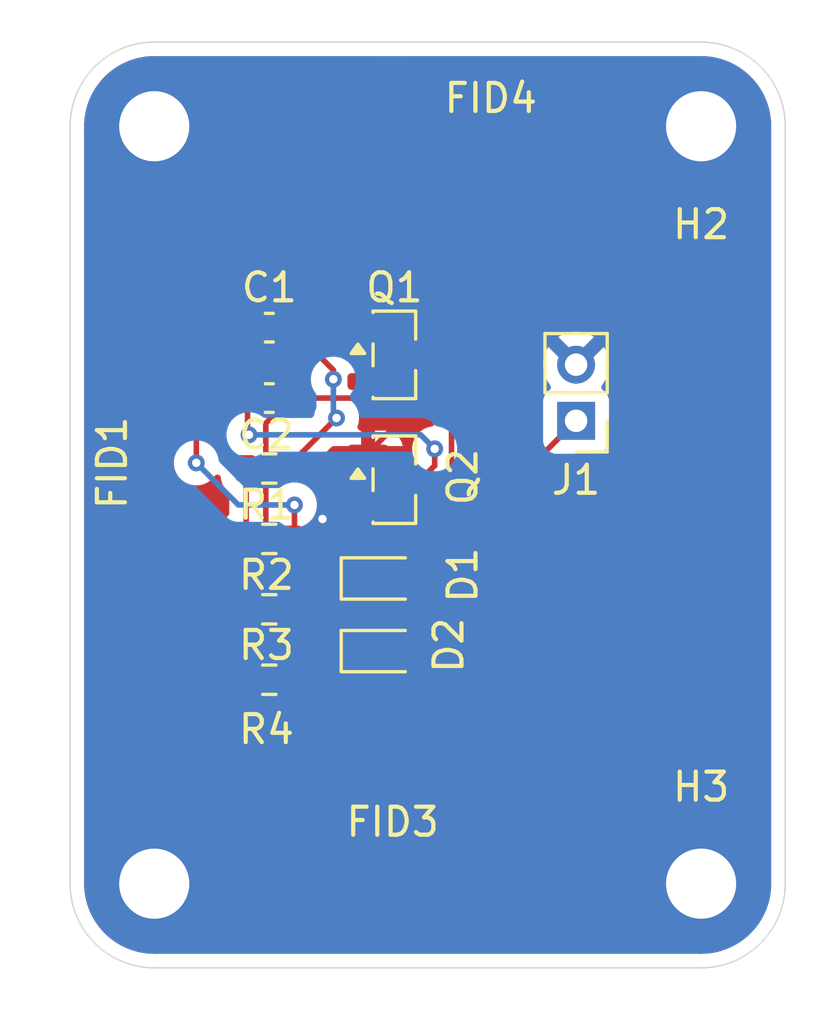
<source format=kicad_pcb>
(kicad_pcb (version 20241229) (generator "pcbnew") (generator_version "9.0")
  (layers (0 "F.Cu" signal) (2 "B.Cu" signal) (13 "F.Paste" user) (15 "B.Paste" user) (5 "F.SilkS" user "F.Silkscreen") (7 "B.SilkS" user "B.Silkscreen") (1 "F.Mask" user) (3 "B.Mask" user) (25 "Edge.Cuts" user))
  (net 0 "")
  (net 1 "Net-(C1-Pad2)")
  (net 2 "VCC")
  (net 3 "Base2")
  (net 4 "Base1")
  (net 5 "Net-(D2-K)")
  (net 6 "Net-(D1-K)")
  (net 7 "GND")
  (footprint "Fiducial:Fiducial_0.75mm_Mask1.5mm" (layer "F.Cu") (at 155 89)
    (property "Reference" "FID3" (at 0 -1.7 0) (layer "F.SilkS"))
    (property "Value" "Fiducial")
    (pad "" smd circle (at 0 0) (size 0.75 0.75) (layers "F.Cu" "F.Mask") (clearance 0.475))
  )
  (footprint "Package_TO_SOT_SMD:SOT-23" (layer "F.Cu") (at 155.0625 70.65)
    (property "Reference" "Q1" (at 0 -2.4 0) (layer "F.SilkS"))
    (property "Value" "2N3904")
    (fp_line (start -0.76 -1.56) (end 0.76 -1.56) (stroke (width 0.12)) (layer "F.SilkS"))
    (fp_line (start -0.76 -1.51) (end -0.76 -1.56) (stroke (width 0.12)) (layer "F.SilkS"))
    (fp_line (start -0.76 0.39) (end -0.76 -0.39) (stroke (width 0.12)) (layer "F.SilkS"))
    (fp_line (start -0.76 1.56) (end -0.76 1.51) (stroke (width 0.12)) (layer "F.SilkS"))
    (fp_line (start 0.76 -1.56) (end 0.76 -0.56) (stroke (width 0.12)) (layer "F.SilkS"))
    (fp_line (start 0.76 0.56) (end 0.76 1.56) (stroke (width 0.12)) (layer "F.SilkS"))
    (fp_line (start 0.76 1.56) (end -0.76 1.56) (stroke (width 0.12)) (layer "F.SilkS"))
    (fp_poly (pts (xy -1.3 -0.38) (xy -1.06 -0.05) (xy -1.54 -0.05)) (stroke (width 0.12)) (fill yes) (layer "F.SilkS"))
    (pad "1" smd roundrect (at -0.9375 -0.95) (size 1.475 0.6) (layers "F.Cu" "F.Mask" "F.Paste") (net 7 "GND"))
    (pad "2" smd roundrect (at -0.9375 0.95) (size 1.475 0.6) (layers "F.Cu" "F.Mask" "F.Paste") (net 4 "Base1"))
    (pad "3" smd roundrect (at 0.9375 0) (size 1.475 0.6) (layers "F.Cu" "F.Mask" "F.Paste") (net 6 "Net-(D1-K)"))
  )
  (footprint "Fiducial:Fiducial_0.75mm_Mask1.5mm" (layer "F.Cu") (at 155 61)
    (property "Reference" "FID4" (at 3.5 0.5 0) (layer "F.SilkS"))
    (property "Value" "Fiducial" (hide yes))
    (pad "" smd circle (at 0 0) (size 0.75 0.75) (layers "F.Cu" "F.Mask") (clearance 0.475))
  )
  (footprint "Capacitor_SMD:C_0603_1608Metric" (layer "F.Cu") (at 150.6025 69.68)
    (property "Reference" "C1" (at 0 -1.43 0) (layer "F.SilkS"))
    (property "Value" "220uF")
    (fp_line (start -0.14058 -0.51) (end 0.14058 -0.51) (stroke (width 0.12)) (layer "F.SilkS"))
    (fp_line (start -0.14058 0.51) (end 0.14058 0.51) (stroke (width 0.12)) (layer "F.SilkS"))
    (pad "1" smd roundrect (at -0.775 0) (size 0.9 0.95) (layers "F.Cu" "F.Mask" "F.Paste") (net 3 "Base2"))
    (pad "2" smd roundrect (at 0.775 0) (size 0.9 0.95) (layers "F.Cu" "F.Mask" "F.Paste") (net 1 "Net-(C1-Pad2)"))
  )
  (footprint "MountingHole:MountingHole_2.5mm_Pad" (layer "F.Cu") (at 146.5 62.5)
    (property "Reference" "H1" (hide yes))
    (property "Value" "MountingHole_Pad" (hide yes))
    (pad "1" thru_hole circle (at 0 0) (size 5 5) (drill 2.5) (layers "*.Cu" "*.Mask") (net 7 "GND"))
  )
  (footprint "Capacitor_SMD:C_0603_1608Metric" (layer "F.Cu") (at 150.6025 72.19)
    (property "Reference" "C2" (at -0.1025 1.31 180) (layer "F.SilkS"))
    (property "Value" "220uF")
    (fp_line (start -0.14058 -0.51) (end 0.14058 -0.51) (stroke (width 0.12)) (layer "F.SilkS"))
    (fp_line (start -0.14058 0.51) (end 0.14058 0.51) (stroke (width 0.12)) (layer "F.SilkS"))
    (pad "1" smd roundrect (at -0.775 0) (size 0.9 0.95) (layers "F.Cu" "F.Mask" "F.Paste") (net 5 "Net-(D2-K)"))
    (pad "2" smd roundrect (at 0.775 0) (size 0.9 0.95) (layers "F.Cu" "F.Mask" "F.Paste") (net 4 "Base1"))
  )
  (footprint "MountingHole:MountingHole_2.5mm_Pad" (layer "F.Cu") (at 166 89.5)
    (property "Reference" "H3" (at 0 -3.45 0) (layer "F.SilkS"))
    (property "Value" "MountingHole_Pad" (hide yes))
    (pad "1" thru_hole circle (at 0 0) (size 5 5) (drill 2.5) (layers "*.Cu" "*.Mask") (net 7 "GND"))
  )
  (footprint "Connector_PinHeader_2.00mm:PinHeader_1x02_P2.00mm_Vertical" (layer "F.Cu") (at 161.5425 73 180)
    (property "Reference" "J1" (at 0 -2.11 0) (layer "F.SilkS"))
    (property "Value" "Conn_01x02_Pin")
    (fp_line (start 1.11 1) (end 1.11 3.11) (stroke (width 0.12)) (layer "F.SilkS"))
    (fp_line (start -1.11 3.11) (end 1.11 3.11) (stroke (width 0.12)) (layer "F.SilkS"))
    (fp_line (start -1.11 1) (end 1.11 1) (stroke (width 0.12)) (layer "F.SilkS"))
    (fp_line (start -1.11 1) (end -1.11 3.11) (stroke (width 0.12)) (layer "F.SilkS"))
    (fp_line (start -1.11 0) (end -1.11 -1.11) (stroke (width 0.12)) (layer "F.SilkS"))
    (fp_line (start -1.11 -1.11) (end 0 -1.11) (stroke (width 0.12)) (layer "F.SilkS"))
    (pad "1" thru_hole rect (at 0 0 180) (size 1.35 1.35) (drill 0.8) (layers "*.Cu" "*.Mask") (net 2 "VCC"))
    (pad "2" thru_hole circle (at 0 2 180) (size 1.35 1.35) (drill 0.8) (layers "*.Cu" "*.Mask") (net 7 "GND"))
  )
  (footprint "MountingHole:MountingHole_2.5mm_Pad" (layer "F.Cu") (at 166 62.5)
    (property "Reference" "H2" (at 0 3.5 0) (layer "F.SilkS"))
    (property "Value" "MountingHole_Pad" (hide yes))
    (pad "1" thru_hole circle (at 0 0) (size 5 5) (drill 2.5) (layers "*.Cu" "*.Mask") (net 7 "GND"))
  )
  (footprint "MountingHole:MountingHole_2.5mm_Pad" (layer "F.Cu") (at 146.5 89.5)
    (property "Reference" "H4" (hide yes))
    (property "Value" "MountingHole_Pad" (hide yes))
    (pad "1" thru_hole circle (at 0 0) (size 5 5) (drill 2.5) (layers "*.Cu" "*.Mask") (net 7 "GND"))
  )
  (footprint "Fiducial:Fiducial_0.75mm_Mask1.5mm" (layer "F.Cu") (at 167 78.5)
    (property "Reference" "FID2" (hide yes))
    (property "Value" "Fiducial" (hide yes))
    (pad "" smd circle (at 0 0) (size 0.75 0.75) (layers "F.Cu" "F.Mask") (clearance 0.475))
  )
  (footprint "Resistor_SMD:R_0603_1608Metric" (layer "F.Cu") (at 150.6025 74.7)
    (property "Reference" "R1" (at -0.1025 1.3 180) (layer "F.SilkS"))
    (property "Value" "1K")
    (fp_line (start -0.237258 -0.5225) (end 0.237258 -0.5225) (stroke (width 0.12)) (layer "F.SilkS"))
    (fp_line (start -0.237258 0.5225) (end 0.237258 0.5225) (stroke (width 0.12)) (layer "F.SilkS"))
    (pad "1" smd roundrect (at -0.825 0) (size 0.8 0.95) (layers "F.Cu" "F.Mask" "F.Paste") (net 2 "VCC"))
    (pad "2" smd roundrect (at 0.825 0) (size 0.8 0.95) (layers "F.Cu" "F.Mask" "F.Paste") (net 1 "Net-(C1-Pad2)"))
  )
  (footprint "LED_SMD:LED_0603_1608Metric" (layer "F.Cu") (at 154.6525 81.21)
    (property "Reference" "D2" (at 2.3475 -0.21 90) (layer "F.SilkS"))
    (property "Value" "LED")
    (fp_line (start -1.485 -0.735) (end -1.485 0.735) (stroke (width 0.12)) (layer "F.SilkS"))
    (fp_line (start -1.485 0.735) (end 0.8 0.735) (stroke (width 0.12)) (layer "F.SilkS"))
    (fp_line (start 0.8 -0.735) (end -1.485 -0.735) (stroke (width 0.12)) (layer "F.SilkS"))
    (pad "1" smd roundrect (at -0.7875 0) (size 0.875 0.95) (layers "F.Cu" "F.Mask" "F.Paste") (net 5 "Net-(D2-K)"))
    (pad "2" smd roundrect (at 0.7875 0) (size 0.875 0.95) (layers "F.Cu" "F.Mask" "F.Paste") (net 2 "VCC"))
  )
  (footprint "Resistor_SMD:R_0603_1608Metric" (layer "F.Cu") (at 150.6025 77.21)
    (property "Reference" "R2" (at -0.1025 1.29 0) (layer "F.SilkS"))
    (property "Value" "5K")
    (fp_line (start -0.237258 -0.5225) (end 0.237258 -0.5225) (stroke (width 0.12)) (layer "F.SilkS"))
    (fp_line (start -0.237258 0.5225) (end 0.237258 0.5225) (stroke (width 0.12)) (layer "F.SilkS"))
    (pad "1" smd roundrect (at -0.825 0) (size 0.8 0.95) (layers "F.Cu" "F.Mask" "F.Paste") (net 2 "VCC"))
    (pad "2" smd roundrect (at 0.825 0) (size 0.8 0.95) (layers "F.Cu" "F.Mask" "F.Paste") (net 3 "Base2"))
  )
  (footprint "Resistor_SMD:R_0603_1608Metric" (layer "F.Cu") (at 150.6025 82.23)
    (property "Reference" "R4" (at -0.1025 1.77 180) (layer "F.SilkS"))
    (property "Value" "1K")
    (fp_line (start -0.237258 -0.5225) (end 0.237258 -0.5225) (stroke (width 0.12)) (layer "F.SilkS"))
    (fp_line (start -0.237258 0.5225) (end 0.237258 0.5225) (stroke (width 0.12)) (layer "F.SilkS"))
    (pad "1" smd roundrect (at -0.825 0) (size 0.8 0.95) (layers "F.Cu" "F.Mask" "F.Paste") (net 2 "VCC"))
    (pad "2" smd roundrect (at 0.825 0) (size 0.8 0.95) (layers "F.Cu" "F.Mask" "F.Paste") (net 5 "Net-(D2-K)"))
  )
  (footprint "LED_SMD:LED_0603_1608Metric" (layer "F.Cu") (at 154.6525 78.62)
    (property "Reference" "D1" (at 2.8475 -0.12 90) (layer "F.SilkS"))
    (property "Value" "LED")
    (fp_line (start -1.485 -0.735) (end -1.485 0.735) (stroke (width 0.12)) (layer "F.SilkS"))
    (fp_line (start -1.485 0.735) (end 0.8 0.735) (stroke (width 0.12)) (layer "F.SilkS"))
    (fp_line (start 0.8 -0.735) (end -1.485 -0.735) (stroke (width 0.12)) (layer "F.SilkS"))
    (pad "1" smd roundrect (at -0.7875 0) (size 0.875 0.95) (layers "F.Cu" "F.Mask" "F.Paste") (net 6 "Net-(D1-K)"))
    (pad "2" smd roundrect (at 0.7875 0) (size 0.875 0.95) (layers "F.Cu" "F.Mask" "F.Paste") (net 2 "VCC"))
  )
  (footprint "Package_TO_SOT_SMD:SOT-23" (layer "F.Cu") (at 155.0625 75.1)
    (property "Reference" "Q2" (at 2.4375 -0.1 270) (layer "F.SilkS"))
    (property "Value" "2N3904")
    (fp_line (start -0.76 -1.56) (end 0.76 -1.56) (stroke (width 0.12)) (layer "F.SilkS"))
    (fp_line (start -0.76 -1.51) (end -0.76 -1.56) (stroke (width 0.12)) (layer "F.SilkS"))
    (fp_line (start -0.76 0.39) (end -0.76 -0.39) (stroke (width 0.12)) (layer "F.SilkS"))
    (fp_line (start -0.76 1.56) (end -0.76 1.51) (stroke (width 0.12)) (layer "F.SilkS"))
    (fp_line (start 0.76 -1.56) (end 0.76 -0.56) (stroke (width 0.12)) (layer "F.SilkS"))
    (fp_line (start 0.76 0.56) (end 0.76 1.56) (stroke (width 0.12)) (layer "F.SilkS"))
    (fp_line (start 0.76 1.56) (end -0.76 1.56) (stroke (width 0.12)) (layer "F.SilkS"))
    (fp_poly (pts (xy -1.3 -0.38) (xy -1.06 -0.05) (xy -1.54 -0.05)) (stroke (width 0.12)) (fill yes) (layer "F.SilkS"))
    (pad "1" smd roundrect (at -0.9375 -0.95) (size 1.475 0.6) (layers "F.Cu" "F.Mask" "F.Paste") (net 7 "GND"))
    (pad "2" smd roundrect (at -0.9375 0.95) (size 1.475 0.6) (layers "F.Cu" "F.Mask" "F.Paste") (net 3 "Base2"))
    (pad "3" smd roundrect (at 0.9375 0) (size 1.475 0.6) (layers "F.Cu" "F.Mask" "F.Paste") (net 5 "Net-(D2-K)"))
  )
  (footprint "Fiducial:Fiducial_0.75mm_Mask1.5mm" (layer "F.Cu") (at 145.5 77.5 -90)
    (property "Reference" "FID1" (at -3 0.5 90) (layer "F.SilkS"))
    (property "Value" "Fiducial" (hide yes))
    (pad "" smd circle (at 0 0 270) (size 0.75 0.75) (layers "F.Cu" "F.Mask") (clearance 0.475))
  )
  (footprint "Resistor_SMD:R_0603_1608Metric" (layer "F.Cu") (at 150.6025 79.72)
    (property "Reference" "R3" (at -0.1025 1.28 0) (layer "F.SilkS"))
    (property "Value" "5K")
    (fp_line (start -0.237258 -0.5225) (end 0.237258 -0.5225) (stroke (width 0.12)) (layer "F.SilkS"))
    (fp_line (start -0.237258 0.5225) (end 0.237258 0.5225) (stroke (width 0.12)) (layer "F.SilkS"))
    (pad "1" smd roundrect (at -0.825 0) (size 0.8 0.95) (layers "F.Cu" "F.Mask" "F.Paste") (net 2 "VCC"))
    (pad "2" smd roundrect (at 0.825 0) (size 0.8 0.95) (layers "F.Cu" "F.Mask" "F.Paste") (net 4 "Base1"))
  )
  (gr_arc (start 166 59.5) (mid 168.12132 60.37868) (end 169 62.5) (stroke (width 0.05)) (layer "Edge.Cuts"))
  (gr_arc (start 169 89.5) (mid 168.12132 91.62132) (end 166 92.5) (stroke (width 0.05)) (layer "Edge.Cuts"))
  (gr_arc (start 143.5 62.5) (mid 144.37868 60.37868) (end 146.5 59.5) (stroke (width 0.05)) (layer "Edge.Cuts"))
  (gr_arc (start 146.5 92.5) (mid 144.37868 91.62132) (end 143.5 89.5) (stroke (width 0.05)) (layer "Edge.Cuts"))
  (gr_line (start 169 62.5) (end 169 89.5) (stroke (width 0.05)) (layer "Edge.Cuts"))
  (gr_line (start 143.5 62.5) (end 143.5 89.5) (stroke (width 0.05)) (layer "Edge.Cuts"))
  (gr_line (start 146.5 92.5) (end 166 92.5) (stroke (width 0.05)) (layer "Edge.Cuts"))
  (gr_line (start 146.5 59.5) (end 166 59.5) (stroke (width 0.05)) (layer "Edge.Cuts"))
  (segment (start 152.8875 71.19) (end 152.8875 71.517662) (width 0.2) (layer "F.Cu") (net 1))
  (segment (start 153 72.9) (end 151.4275 74.4725) (width 0.2) (layer "F.Cu") (net 1))
  (segment (start 151.4275 74.4725) (end 151.4275 74.7) (width 0.2) (layer "F.Cu") (net 1))
  (segment (start 151.3775 69.68) (end 152.8875 71.19) (width 0.2) (layer "F.Cu") (net 1))
  (via (at 152.8875 71.517662) (size 0.6) (drill 0.3) (layers "F.Cu" "B.Cu") (net 1))
  (via (at 153 72.9) (size 0.6) (drill 0.3) (layers "F.Cu" "B.Cu") (net 1))
  (segment (start 152.8875 71.517662) (end 152.8875 72.7875) (width 0.2) (layer "B.Cu") (net 1))
  (segment (start 152.8875 72.7875) (end 153 72.9) (width 0.2) (layer "B.Cu") (net 1))
  (segment (start 149.7775 79.72) (end 149.7775 77.21) (width 0.2) (layer "F.Cu") (net 2))
  (segment (start 153.644 83.006) (end 155.44 81.21) (width 0.2) (layer "F.Cu") (net 2))
  (segment (start 155.44 78.62) (end 155.44 81.21) (width 0.2) (layer "F.Cu") (net 2))
  (segment (start 161.5425 73) (end 155.9225 78.62) (width 0.2) (layer "F.Cu") (net 2))
  (segment (start 150.5535 83.006) (end 153.644 83.006) (width 0.2) (layer "F.Cu") (net 2))
  (segment (start 155.9225 78.62) (end 155.44 78.62) (width 0.2) (layer "F.Cu") (net 2))
  (segment (start 149.7775 77.21) (end 149.7775 74.7) (width 0.2) (layer "F.Cu") (net 2))
  (segment (start 149.7775 82.23) (end 150.5535 83.006) (width 0.2) (layer "F.Cu") (net 2))
  (segment (start 149.7775 79.72) (end 149.7775 82.23) (width 0.2) (layer "F.Cu") (net 2))
  (segment (start 152.965 77.21) (end 154.125 76.05) (width 0.2) (layer "F.Cu") (net 3))
  (segment (start 151.4275 77.21) (end 152.965 77.21) (width 0.2) (layer "F.Cu") (net 3))
  (segment (start 149.8275 69.68) (end 148 71.5075) (width 0.2) (layer "F.Cu") (net 3))
  (segment (start 151.5 77.1375) (end 151.4275 77.21) (width 0.2) (layer "F.Cu") (net 3))
  (segment (start 148 71.5075) (end 148 74.5) (width 0.2) (layer "F.Cu") (net 3))
  (segment (start 151.5 76) (end 151.5 77.1375) (width 0.2) (layer "F.Cu") (net 3))
  (via (at 148 74.5) (size 0.6) (drill 0.3) (layers "F.Cu" "B.Cu") (net 3))
  (via (at 151.5 76) (size 0.6) (drill 0.3) (layers "F.Cu" "B.Cu") (net 3))
  (segment (start 149.5 76) (end 151.5 76) (width 0.2) (layer "B.Cu") (net 3))
  (segment (start 148 74.5) (end 149.5 76) (width 0.2) (layer "B.Cu") (net 3))
  (segment (start 150.4785 78.771) (end 150.4785 73.089) (width 0.2) (layer "F.Cu") (net 4))
  (segment (start 151.3775 72.19) (end 153.535 72.19) (width 0.2) (layer "F.Cu") (net 4))
  (segment (start 151.4275 79.72) (end 150.4785 78.771) (width 0.2) (layer "F.Cu") (net 4))
  (segment (start 150.4785 73.089) (end 151.3775 72.19) (width 0.2) (layer "F.Cu") (net 4))
  (segment (start 153.535 72.19) (end 154.125 71.6) (width 0.2) (layer "F.Cu") (net 4))
  (segment (start 149.8275 72.19) (end 149.8275 73.449) (width 0.2) (layer "F.Cu") (net 5))
  (segment (start 156 75.554468) (end 153.710468 77.844) (width 0.2) (layer "F.Cu") (net 5))
  (segment (start 153.4249 77.844) (end 153.1265 78.1424) (width 0.2) (layer "F.Cu") (net 5))
  (segment (start 153.1265 78.1424) (end 153.1265 80.3735) (width 0.2) (layer "F.Cu") (net 5))
  (segment (start 153.1265 80.3735) (end 151.4275 82.0725) (width 0.2) (layer "F.Cu") (net 5))
  (segment (start 153.1265 80.3735) (end 153.1265 80.4715) (width 0.2) (layer "F.Cu") (net 5))
  (segment (start 156.5 74) (end 156.5 74.6) (width 0.2) (layer "F.Cu") (net 5))
  (segment (start 151.4275 82.0725) (end 151.4275 82.23) (width 0.2) (layer "F.Cu") (net 5))
  (segment (start 156.5 74.6) (end 156 75.1) (width 0.2) (layer "F.Cu") (net 5))
  (segment (start 156 75.1) (end 156 75.554468) (width 0.2) (layer "F.Cu") (net 5))
  (segment (start 149.8275 73.449) (end 149.8785 73.5) (width 0.2) (layer "F.Cu") (net 5))
  (segment (start 153.1265 80.4715) (end 153.865 81.21) (width 0.2) (layer "F.Cu") (net 5))
  (segment (start 153.710468 77.844) (end 153.4249 77.844) (width 0.2) (layer "F.Cu") (net 5))
  (via (at 156.5 74) (size 0.6) (drill 0.3) (layers "F.Cu" "B.Cu") (net 5))
  (via (at 149.8785 73.5) (size 0.6) (drill 0.3) (layers "F.Cu" "B.Cu") (net 5))
  (segment (start 156 73.5) (end 156.5 74) (width 0.2) (layer "B.Cu") (net 5))
  (segment (start 149.8785 73.5) (end 156 73.5) (width 0.2) (layer "B.Cu") (net 5))
  (segment (start 157.101 71.751) (end 157.101 75.384) (width 0.2) (layer "F.Cu") (net 6))
  (segment (start 157.101 75.384) (end 153.865 78.62) (width 0.2) (layer "F.Cu") (net 6))
  (segment (start 156 70.65) (end 157.101 71.751) (width 0.2) (layer "F.Cu") (net 6))
  (segment (start 161.5425 71) (end 160.2425 69.7) (width 0.2) (layer "F.Cu") (net 7))
  (segment (start 154.125 69.7) (end 146.925 62.5) (width 0.2) (layer "F.Cu") (net 7))
  (segment (start 155.1635 71.192968) (end 155.1635 73.1115) (width 0.2) (layer "F.Cu") (net 7))
  (segment (start 146.925 62.5) (end 146.5 62.5) (width 0.2) (layer "F.Cu") (net 7))
  (segment (start 154.125 74.15) (end 152.5 75.775) (width 0.2) (layer "F.Cu") (net 7))
  (segment (start 166 62.5) (end 166 63.9425) (width 0.2) (layer "F.Cu") (net 7))
  (segment (start 155.1635 73.1115) (end 154.125 74.15) (width 0.2) (layer "F.Cu") (net 7))
  (segment (start 154.125 69.7) (end 154.125 70.154468) (width 0.2) (layer "F.Cu") (net 7))
  (segment (start 154.125 70.154468) (end 155.1635 71.192968) (width 0.2) (layer "F.Cu") (net 7))
  (segment (start 160.2425 69.7) (end 154.125 69.7) (width 0.2) (layer "F.Cu") (net 7))
  (segment (start 152.5 75.775) (end 152.5 76.5) (width 0.2) (layer "F.Cu") (net 7))
  (segment (start 166 63.9425) (end 160.2425 69.7) (width 0.2) (layer "F.Cu") (net 7))
  (via (at 152.5 76.5) (size 0.6) (drill 0.3) (layers "F.Cu" "B.Cu") (net 7))
  (segment (start 165.5 89.5) (end 152.5 76.5) (width 0.2) (layer "B.Cu") (net 7))
  (segment (start 166 89.5) (end 165.5 89.5) (width 0.2) (layer "B.Cu") (net 7))
  (segment (start 146.5 82.5) (end 146.5 89.5) (width 0.2) (layer "B.Cu") (net 7))
  (segment (start 152.5 76.5) (end 146.5 82.5) (width 0.2) (layer "B.Cu") (net 7))
  (zone (net 7) (net_name "GND") (layer "F.Cu") (priority 1) (connect_pads (clearance 0.5)) (min_thickness 0.25) (fill yes (thermal_gap 0.5) (thermal_bridge_width 0.5))
    (polygon (pts (xy 141.5 58) (xy 142.5 59) (xy 170 59) (xy 170 93.5) (xy 169.5 94) (xy 142 94) (xy 141 93) (xy 141 58.5)))
  )
  (zone (net 7) (net_name "GND") (layer "B.Cu") (connect_pads (clearance 0.5)) (min_thickness 0.25) (fill yes (thermal_gap 0.5) (thermal_bridge_width 0.5))
    (polygon (pts (xy 144.5 59) (xy 142.5 59) (xy 142.5 94.5) (xy 170.5 94.5) (xy 170.5 59) (xy 144.5 59) (xy 144 59.5)))
  )
)
</source>
